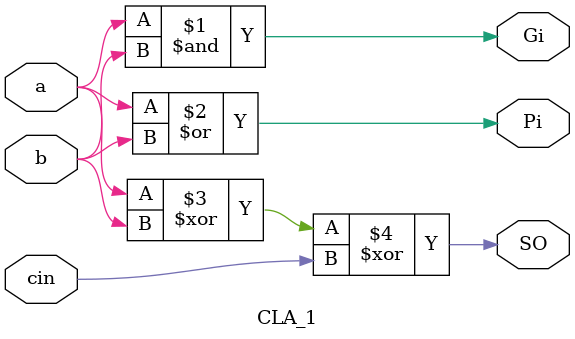
<source format=v>
`timescale 1ns / 1ps


module CLA_1(
    //clock and reset

    //input
    a,
    b,
    cin,

    //output
    SO,
    Gi,
    Pi
    );

    //clock and reset

    //input
    input a;
    input b;
    input cin;

    //output
    output SO;
    output Gi;
    output Pi;

    //code
    assign Gi = a&b;
    assign Pi = a|b;

    assign SO = a^b^cin;
endmodule

</source>
